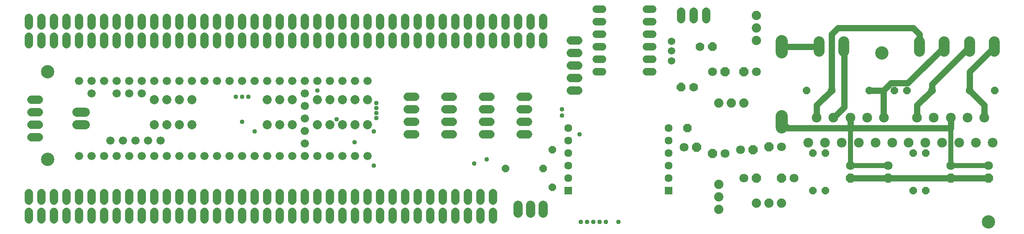
<source format=gbs>
G75*
%MOIN*%
%OFA0B0*%
%FSLAX25Y25*%
%IPPOS*%
%LPD*%
%AMOC8*
5,1,8,0,0,1.08239X$1,22.5*
%
%ADD10C,0.05000*%
%ADD11C,0.04000*%
%ADD12C,0.10643*%
%ADD13C,0.06600*%
%ADD14C,0.07296*%
%ADD15C,0.07296*%
%ADD16C,0.07800*%
%ADD17C,0.05950*%
%ADD18C,0.06800*%
%ADD19C,0.06737*%
%ADD20R,0.06343X0.06343*%
%ADD21C,0.06343*%
%ADD22OC8,0.07000*%
%ADD23C,0.07000*%
%ADD24C,0.08600*%
%ADD25OC8,0.06800*%
%ADD26OC8,0.06000*%
%ADD27OC8,0.07100*%
%ADD28C,0.07100*%
%ADD29C,0.09650*%
%ADD30C,0.07400*%
%ADD31C,0.05950*%
%ADD32C,0.03778*%
D10*
X0609867Y0094044D02*
X0614867Y0089044D01*
X0664867Y0089044D01*
X0664867Y0097344D01*
X0659867Y0105544D02*
X0651567Y0097244D01*
X0638067Y0097044D02*
X0637967Y0096944D01*
X0637967Y0096844D01*
X0638067Y0097044D02*
X0638067Y0107244D01*
X0649867Y0119044D01*
X0649867Y0164044D01*
X0654867Y0169044D01*
X0714867Y0169044D01*
X0719867Y0164044D01*
X0719867Y0154044D01*
X0739867Y0154044D02*
X0710767Y0124944D01*
X0697467Y0124944D01*
X0691467Y0118944D01*
X0691467Y0097244D01*
X0718067Y0097344D02*
X0718067Y0107244D01*
X0729867Y0119044D01*
X0729867Y0124044D01*
X0759867Y0154044D01*
X0779867Y0154044D02*
X0759867Y0134044D01*
X0759867Y0119044D01*
X0771667Y0107244D01*
X0771667Y0097244D01*
X0744967Y0097044D02*
X0744867Y0096944D01*
X0744867Y0089044D01*
X0664867Y0089044D01*
X0659867Y0105544D02*
X0659867Y0154044D01*
X0639867Y0154044D02*
X0609867Y0154044D01*
X0679867Y0119044D02*
X0689867Y0119044D01*
X0664867Y0049044D02*
X0774867Y0049044D01*
D11*
X0774867Y0059044D02*
X0744867Y0059044D01*
X0744867Y0089044D01*
X0664867Y0089044D02*
X0664867Y0059044D01*
X0694867Y0059044D01*
D12*
X0774867Y0014044D03*
X0689867Y0149044D03*
X0024867Y0134044D03*
X0024867Y0064044D03*
D13*
X0049867Y0066544D03*
X0059867Y0066544D03*
X0069867Y0066544D03*
X0079867Y0066544D03*
X0089867Y0066544D03*
X0099867Y0066544D03*
X0109867Y0066544D03*
X0119867Y0066544D03*
X0129867Y0066544D03*
X0139867Y0066544D03*
X0149867Y0066544D03*
X0159867Y0066544D03*
X0169867Y0066544D03*
X0179867Y0066544D03*
X0189867Y0066544D03*
X0199867Y0066544D03*
X0209867Y0066544D03*
X0219867Y0066544D03*
X0229867Y0066544D03*
X0239867Y0066544D03*
X0249867Y0066544D03*
X0259867Y0066544D03*
X0269867Y0066544D03*
X0279867Y0066544D03*
X0229867Y0076544D03*
X0229867Y0086544D03*
X0229867Y0096544D03*
X0229867Y0106544D03*
X0229867Y0116544D03*
X0229867Y0126544D03*
X0219867Y0126544D03*
X0209867Y0126544D03*
X0199867Y0126544D03*
X0189867Y0126544D03*
X0179867Y0126544D03*
X0169867Y0126544D03*
X0159867Y0126544D03*
X0149867Y0126544D03*
X0139867Y0126544D03*
X0129867Y0126544D03*
X0119867Y0126544D03*
X0109867Y0126544D03*
X0099867Y0126544D03*
X0089867Y0126544D03*
X0079867Y0126544D03*
X0069867Y0126544D03*
X0059867Y0126544D03*
X0049867Y0126544D03*
X0059867Y0116544D03*
X0079867Y0116544D03*
X0089867Y0116544D03*
X0099867Y0116544D03*
X0104867Y0079044D03*
X0114867Y0079044D03*
X0094867Y0079044D03*
X0084867Y0079044D03*
X0074867Y0079044D03*
X0239867Y0126544D03*
X0249867Y0126544D03*
X0259867Y0126544D03*
X0269867Y0126544D03*
X0279867Y0126544D03*
D14*
X0279867Y0111544D03*
X0269867Y0111544D03*
X0259867Y0111544D03*
X0249867Y0111544D03*
X0239867Y0111544D03*
X0219867Y0111544D03*
X0209867Y0111544D03*
X0199867Y0111544D03*
X0139867Y0111544D03*
X0129867Y0111544D03*
X0119867Y0111544D03*
X0109867Y0111544D03*
X0109867Y0091544D03*
X0119867Y0091544D03*
X0129867Y0091544D03*
X0139867Y0091544D03*
X0199867Y0091544D03*
X0209867Y0091544D03*
X0219867Y0091544D03*
X0239867Y0091544D03*
X0249867Y0091544D03*
X0259867Y0091544D03*
X0269867Y0091544D03*
X0279867Y0091544D03*
D15*
X0054867Y0091544D02*
X0048371Y0091544D01*
X0048371Y0101544D02*
X0054867Y0101544D01*
X0399867Y0027292D02*
X0399867Y0020796D01*
X0409867Y0020796D02*
X0409867Y0027292D01*
X0419867Y0027292D02*
X0419867Y0020796D01*
D16*
X0631402Y0077154D03*
X0644788Y0077154D03*
X0658174Y0077154D03*
X0671560Y0077154D03*
X0684945Y0077154D03*
X0698331Y0077154D03*
X0711402Y0077154D03*
X0724788Y0077154D03*
X0738174Y0077154D03*
X0751560Y0077154D03*
X0764945Y0077154D03*
X0778331Y0077154D03*
X0771638Y0097154D03*
X0758252Y0097154D03*
X0744867Y0097154D03*
X0731481Y0097154D03*
X0718095Y0097154D03*
X0691638Y0097154D03*
X0678252Y0097154D03*
X0664867Y0097154D03*
X0651481Y0097154D03*
X0638095Y0097154D03*
D17*
X0507441Y0134044D02*
X0502292Y0134044D01*
X0502292Y0144044D02*
X0507441Y0144044D01*
X0507441Y0154044D02*
X0502292Y0154044D01*
X0502292Y0164044D02*
X0507441Y0164044D01*
X0507441Y0174044D02*
X0502292Y0174044D01*
X0502292Y0184044D02*
X0507441Y0184044D01*
X0467441Y0184044D02*
X0462292Y0184044D01*
X0462292Y0174044D02*
X0467441Y0174044D01*
X0467441Y0164044D02*
X0462292Y0164044D01*
X0462292Y0154044D02*
X0467441Y0154044D01*
X0467441Y0144044D02*
X0462292Y0144044D01*
X0462292Y0134044D02*
X0467441Y0134044D01*
D18*
X0009867Y0022044D02*
X0009867Y0016044D01*
X0019867Y0016044D02*
X0019867Y0022044D01*
X0029867Y0022044D02*
X0029867Y0016044D01*
X0039867Y0016044D02*
X0039867Y0022044D01*
X0049867Y0022044D02*
X0049867Y0016044D01*
X0059867Y0016044D02*
X0059867Y0022044D01*
X0069867Y0022044D02*
X0069867Y0016044D01*
X0079867Y0016044D02*
X0079867Y0022044D01*
X0089867Y0022044D02*
X0089867Y0016044D01*
X0099867Y0016044D02*
X0099867Y0022044D01*
X0109867Y0022044D02*
X0109867Y0016044D01*
X0119867Y0016044D02*
X0119867Y0022044D01*
X0129867Y0022044D02*
X0129867Y0016044D01*
X0139867Y0016044D02*
X0139867Y0022044D01*
X0149867Y0022044D02*
X0149867Y0016044D01*
X0159867Y0016044D02*
X0159867Y0022044D01*
X0169867Y0022044D02*
X0169867Y0016044D01*
X0179867Y0016044D02*
X0179867Y0022044D01*
X0189867Y0022044D02*
X0189867Y0016044D01*
X0199867Y0016044D02*
X0199867Y0022044D01*
X0209867Y0022044D02*
X0209867Y0016044D01*
X0219867Y0016044D02*
X0219867Y0022044D01*
X0229867Y0022044D02*
X0229867Y0016044D01*
X0239867Y0016044D02*
X0239867Y0022044D01*
X0249867Y0022044D02*
X0249867Y0016044D01*
X0259867Y0016044D02*
X0259867Y0022044D01*
X0269867Y0022044D02*
X0269867Y0016044D01*
X0279867Y0016044D02*
X0279867Y0022044D01*
X0289867Y0022044D02*
X0289867Y0016044D01*
X0299867Y0016044D02*
X0299867Y0022044D01*
X0309867Y0022044D02*
X0309867Y0016044D01*
X0319867Y0016044D02*
X0319867Y0022044D01*
X0329867Y0022044D02*
X0329867Y0016044D01*
X0339867Y0016044D02*
X0339867Y0022044D01*
X0349867Y0022044D02*
X0349867Y0016044D01*
X0359867Y0016044D02*
X0359867Y0022044D01*
X0369867Y0022044D02*
X0369867Y0016044D01*
X0379867Y0016044D02*
X0379867Y0022044D01*
X0379867Y0031044D02*
X0379867Y0037044D01*
X0369867Y0037044D02*
X0369867Y0031044D01*
X0359867Y0031044D02*
X0359867Y0037044D01*
X0349867Y0037044D02*
X0349867Y0031044D01*
X0339867Y0031044D02*
X0339867Y0037044D01*
X0329867Y0037044D02*
X0329867Y0031044D01*
X0319867Y0031044D02*
X0319867Y0037044D01*
X0309867Y0037044D02*
X0309867Y0031044D01*
X0299867Y0031044D02*
X0299867Y0037044D01*
X0289867Y0037044D02*
X0289867Y0031044D01*
X0279867Y0031044D02*
X0279867Y0037044D01*
X0269867Y0037044D02*
X0269867Y0031044D01*
X0259867Y0031044D02*
X0259867Y0037044D01*
X0249867Y0037044D02*
X0249867Y0031044D01*
X0239867Y0031044D02*
X0239867Y0037044D01*
X0229867Y0037044D02*
X0229867Y0031044D01*
X0219867Y0031044D02*
X0219867Y0037044D01*
X0209867Y0037044D02*
X0209867Y0031044D01*
X0199867Y0031044D02*
X0199867Y0037044D01*
X0189867Y0037044D02*
X0189867Y0031044D01*
X0179867Y0031044D02*
X0179867Y0037044D01*
X0169867Y0037044D02*
X0169867Y0031044D01*
X0159867Y0031044D02*
X0159867Y0037044D01*
X0149867Y0037044D02*
X0149867Y0031044D01*
X0139867Y0031044D02*
X0139867Y0037044D01*
X0129867Y0037044D02*
X0129867Y0031044D01*
X0119867Y0031044D02*
X0119867Y0037044D01*
X0109867Y0037044D02*
X0109867Y0031044D01*
X0099867Y0031044D02*
X0099867Y0037044D01*
X0089867Y0037044D02*
X0089867Y0031044D01*
X0079867Y0031044D02*
X0079867Y0037044D01*
X0069867Y0037044D02*
X0069867Y0031044D01*
X0059867Y0031044D02*
X0059867Y0037044D01*
X0049867Y0037044D02*
X0049867Y0031044D01*
X0039867Y0031044D02*
X0039867Y0037044D01*
X0029867Y0037044D02*
X0029867Y0031044D01*
X0019867Y0031044D02*
X0019867Y0037044D01*
X0009867Y0037044D02*
X0009867Y0031044D01*
X0011867Y0081544D02*
X0017867Y0081544D01*
X0017867Y0091544D02*
X0011867Y0091544D01*
X0011867Y0101544D02*
X0017867Y0101544D01*
X0017867Y0111544D02*
X0011867Y0111544D01*
X0009867Y0156044D02*
X0009867Y0162044D01*
X0019867Y0162044D02*
X0019867Y0156044D01*
X0029867Y0156044D02*
X0029867Y0162044D01*
X0039867Y0162044D02*
X0039867Y0156044D01*
X0049867Y0156044D02*
X0049867Y0162044D01*
X0059867Y0162044D02*
X0059867Y0156044D01*
X0069867Y0156044D02*
X0069867Y0162044D01*
X0079867Y0162044D02*
X0079867Y0156044D01*
X0089867Y0156044D02*
X0089867Y0162044D01*
X0099867Y0162044D02*
X0099867Y0156044D01*
X0109867Y0156044D02*
X0109867Y0162044D01*
X0119867Y0162044D02*
X0119867Y0156044D01*
X0129867Y0156044D02*
X0129867Y0162044D01*
X0139867Y0162044D02*
X0139867Y0156044D01*
X0149867Y0156044D02*
X0149867Y0162044D01*
X0159867Y0162044D02*
X0159867Y0156044D01*
X0169867Y0156044D02*
X0169867Y0162044D01*
X0179867Y0162044D02*
X0179867Y0156044D01*
X0189867Y0156044D02*
X0189867Y0162044D01*
X0199867Y0162044D02*
X0199867Y0156044D01*
X0209867Y0156044D02*
X0209867Y0162044D01*
X0219867Y0162044D02*
X0219867Y0156044D01*
X0229867Y0156044D02*
X0229867Y0162044D01*
X0239867Y0162044D02*
X0239867Y0156044D01*
X0249867Y0156044D02*
X0249867Y0162044D01*
X0259867Y0162044D02*
X0259867Y0156044D01*
X0269867Y0156044D02*
X0269867Y0162044D01*
X0279867Y0162044D02*
X0279867Y0156044D01*
X0289867Y0156044D02*
X0289867Y0162044D01*
X0299867Y0162044D02*
X0299867Y0156044D01*
X0309867Y0156044D02*
X0309867Y0162044D01*
X0319867Y0162044D02*
X0319867Y0156044D01*
X0329867Y0156044D02*
X0329867Y0162044D01*
X0339867Y0162044D02*
X0339867Y0156044D01*
X0349867Y0156044D02*
X0349867Y0162044D01*
X0359867Y0162044D02*
X0359867Y0156044D01*
X0369867Y0156044D02*
X0369867Y0162044D01*
X0379867Y0162044D02*
X0379867Y0156044D01*
X0389867Y0156044D02*
X0389867Y0162044D01*
X0399867Y0162044D02*
X0399867Y0156044D01*
X0409867Y0156044D02*
X0409867Y0162044D01*
X0419867Y0162044D02*
X0419867Y0156044D01*
X0441867Y0159044D02*
X0447867Y0159044D01*
X0447867Y0149044D02*
X0441867Y0149044D01*
X0441867Y0139044D02*
X0447867Y0139044D01*
X0447867Y0129044D02*
X0441867Y0129044D01*
X0441867Y0119044D02*
X0447867Y0119044D01*
X0407867Y0114044D02*
X0401867Y0114044D01*
X0377867Y0114044D02*
X0371867Y0114044D01*
X0347867Y0114044D02*
X0341867Y0114044D01*
X0317867Y0114044D02*
X0311867Y0114044D01*
X0311867Y0104044D02*
X0317867Y0104044D01*
X0341867Y0104044D02*
X0347867Y0104044D01*
X0371867Y0104044D02*
X0377867Y0104044D01*
X0401867Y0104044D02*
X0407867Y0104044D01*
X0407867Y0094044D02*
X0401867Y0094044D01*
X0377867Y0094044D02*
X0371867Y0094044D01*
X0347867Y0094044D02*
X0341867Y0094044D01*
X0317867Y0094044D02*
X0311867Y0094044D01*
X0311867Y0084044D02*
X0317867Y0084044D01*
X0341867Y0084044D02*
X0347867Y0084044D01*
X0371867Y0084044D02*
X0377867Y0084044D01*
X0401867Y0084044D02*
X0407867Y0084044D01*
X0409867Y0171044D02*
X0409867Y0177044D01*
X0419867Y0177044D02*
X0419867Y0171044D01*
X0399867Y0171044D02*
X0399867Y0177044D01*
X0389867Y0177044D02*
X0389867Y0171044D01*
X0379867Y0171044D02*
X0379867Y0177044D01*
X0369867Y0177044D02*
X0369867Y0171044D01*
X0359867Y0171044D02*
X0359867Y0177044D01*
X0349867Y0177044D02*
X0349867Y0171044D01*
X0339867Y0171044D02*
X0339867Y0177044D01*
X0329867Y0177044D02*
X0329867Y0171044D01*
X0319867Y0171044D02*
X0319867Y0177044D01*
X0309867Y0177044D02*
X0309867Y0171044D01*
X0299867Y0171044D02*
X0299867Y0177044D01*
X0289867Y0177044D02*
X0289867Y0171044D01*
X0279867Y0171044D02*
X0279867Y0177044D01*
X0269867Y0177044D02*
X0269867Y0171044D01*
X0259867Y0171044D02*
X0259867Y0177044D01*
X0249867Y0177044D02*
X0249867Y0171044D01*
X0239867Y0171044D02*
X0239867Y0177044D01*
X0229867Y0177044D02*
X0229867Y0171044D01*
X0219867Y0171044D02*
X0219867Y0177044D01*
X0209867Y0177044D02*
X0209867Y0171044D01*
X0199867Y0171044D02*
X0199867Y0177044D01*
X0189867Y0177044D02*
X0189867Y0171044D01*
X0179867Y0171044D02*
X0179867Y0177044D01*
X0169867Y0177044D02*
X0169867Y0171044D01*
X0159867Y0171044D02*
X0159867Y0177044D01*
X0149867Y0177044D02*
X0149867Y0171044D01*
X0139867Y0171044D02*
X0139867Y0177044D01*
X0129867Y0177044D02*
X0129867Y0171044D01*
X0119867Y0171044D02*
X0119867Y0177044D01*
X0109867Y0177044D02*
X0109867Y0171044D01*
X0099867Y0171044D02*
X0099867Y0177044D01*
X0089867Y0177044D02*
X0089867Y0171044D01*
X0079867Y0171044D02*
X0079867Y0177044D01*
X0069867Y0177044D02*
X0069867Y0171044D01*
X0059867Y0171044D02*
X0059867Y0177044D01*
X0049867Y0177044D02*
X0049867Y0171044D01*
X0039867Y0171044D02*
X0039867Y0177044D01*
X0029867Y0177044D02*
X0029867Y0171044D01*
X0019867Y0171044D02*
X0019867Y0177044D01*
X0009867Y0177044D02*
X0009867Y0171044D01*
D19*
X0529867Y0176076D02*
X0529867Y0182013D01*
X0539867Y0182013D02*
X0539867Y0176076D01*
X0549867Y0176076D02*
X0549867Y0182013D01*
D20*
X0519867Y0039044D03*
X0439867Y0039044D03*
D21*
X0439867Y0049044D03*
X0439867Y0059044D03*
X0439867Y0069044D03*
X0439867Y0079044D03*
X0439867Y0089044D03*
X0519867Y0089044D03*
X0519867Y0079044D03*
X0519867Y0069044D03*
X0519867Y0059044D03*
X0519867Y0049044D03*
D22*
X0529867Y0121544D03*
X0554867Y0154044D03*
D23*
X0544867Y0154044D03*
X0539867Y0121544D03*
D24*
X0640067Y0150144D02*
X0640067Y0157944D01*
X0659767Y0157944D02*
X0659767Y0150144D01*
X0720067Y0150144D02*
X0720067Y0157944D01*
X0739767Y0157944D02*
X0739767Y0150144D01*
X0760067Y0150144D02*
X0760067Y0157944D01*
X0779767Y0157944D02*
X0779767Y0150144D01*
D25*
X0534867Y0089044D03*
D26*
X0634867Y0069044D03*
X0644867Y0069044D03*
X0714867Y0069044D03*
X0724867Y0069044D03*
X0724867Y0039044D03*
X0714867Y0039044D03*
X0644867Y0039044D03*
X0634867Y0039044D03*
X0427367Y0041544D03*
X0419867Y0056544D03*
X0389867Y0056544D03*
X0427367Y0071544D03*
X0629867Y0119044D03*
X0649867Y0119044D03*
X0679867Y0119044D03*
X0699867Y0119044D03*
X0709867Y0119044D03*
X0729867Y0119044D03*
X0759867Y0119044D03*
X0779867Y0119044D03*
D27*
X0599867Y0074044D03*
X0587367Y0071544D03*
X0554867Y0068544D03*
X0542367Y0073544D03*
X0589867Y0049044D03*
X0609867Y0049044D03*
X0664867Y0049044D03*
X0694867Y0049044D03*
X0744867Y0049044D03*
X0774867Y0049044D03*
X0579867Y0134044D03*
X0564867Y0134044D03*
D28*
X0554867Y0134044D03*
X0589867Y0134044D03*
X0609867Y0074044D03*
X0577367Y0071544D03*
X0564867Y0068544D03*
X0532367Y0073544D03*
X0579867Y0049044D03*
X0619867Y0049044D03*
X0664867Y0059044D03*
X0694867Y0059044D03*
X0744867Y0059044D03*
X0774867Y0059044D03*
D29*
X0609867Y0089619D02*
X0609867Y0098469D01*
X0609867Y0149619D02*
X0609867Y0158469D01*
D30*
X0589867Y0159044D03*
X0589867Y0169044D03*
X0589867Y0179044D03*
X0579867Y0109044D03*
X0569867Y0109044D03*
X0559867Y0109044D03*
X0559867Y0044044D03*
X0559867Y0034044D03*
X0589867Y0029044D03*
X0599867Y0029044D03*
X0609867Y0029044D03*
X0559867Y0024044D03*
D31*
X0522367Y0142670D03*
X0522367Y0150544D03*
X0522367Y0158418D03*
D32*
X0434867Y0104044D03*
X0434867Y0099044D03*
X0448867Y0083844D03*
X0374867Y0064044D03*
X0364867Y0060644D03*
X0284867Y0059044D03*
X0269667Y0077444D03*
X0284867Y0086244D03*
X0287067Y0096844D03*
X0287067Y0100844D03*
X0287067Y0104844D03*
X0287067Y0108844D03*
X0255267Y0095844D03*
X0189867Y0086244D03*
X0179867Y0094044D03*
X0179867Y0114044D03*
X0184867Y0114044D03*
X0174867Y0114044D03*
X0239867Y0119044D03*
X0449867Y0014044D03*
X0454867Y0014044D03*
X0459867Y0014044D03*
X0464867Y0014044D03*
X0469867Y0014044D03*
X0479867Y0014044D03*
M02*

</source>
